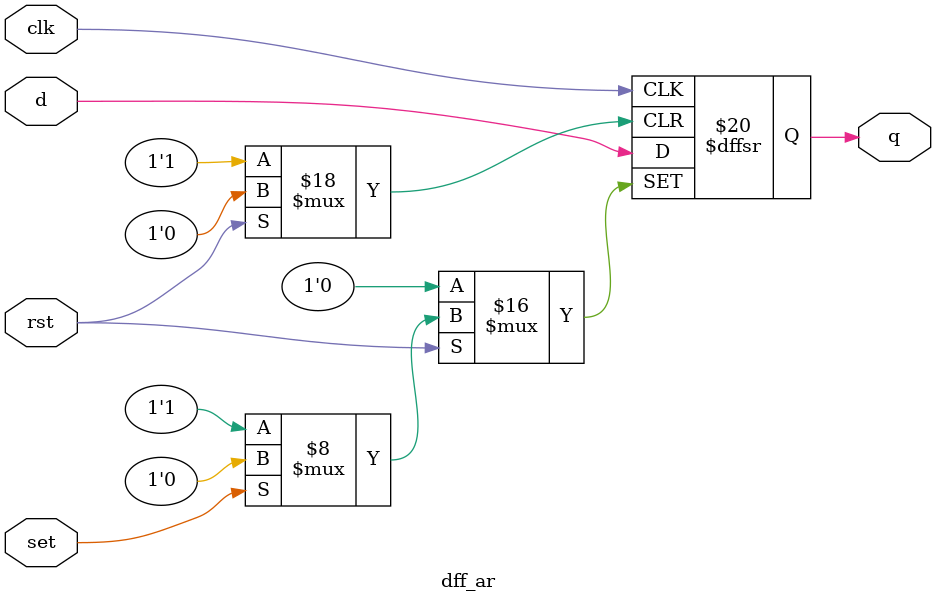
<source format=v>
module dff_ar(
    input d,
    input clk,
    input rst,
    input set,
    output reg q);
    
always @(posedge clk, negedge set, negedge rst) begin
    if (!set)
        q <= 1'b1;
    else if (!rst)
        q <= 1'b0;
    else 
        q <= d;
end
endmodule

</source>
